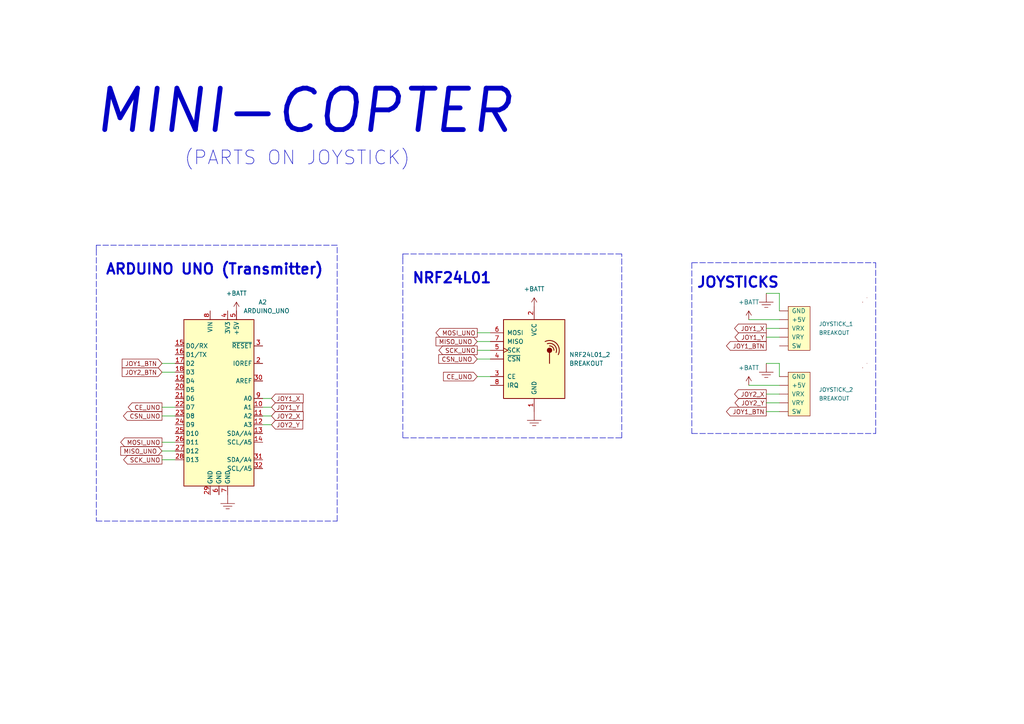
<source format=kicad_sch>
(kicad_sch (version 20211123) (generator eeschema)
  (paper "A4")
  (title_block (title "Mini-Copter Joystick") (date "2023-04-20") (rev "5") (comment 4 "By: Ashish Agrahari"))
  (lib_symbols
    (symbol "+BATT_2" (power) (pin_names (offset 0))
      (property "Value" "+BATT_2" (at 0 5.08 0))
      (symbol "+BATT_2_0_1"
        (polyline (pts (xy -0.762 1.27) (xy 0 2.54)))
        (polyline (pts (xy 0 0) (xy 0 2.54)))
        (polyline (pts (xy 0 2.54) (xy 0.762 1.27)))
      )
      (symbol "+BATT_2_1_1"
        (pin power_in line (at 0 0 90) (length 0) hide (name "+BATT") (number "1"))
      )
    )
    (symbol "AA_Custom_Components:GND" (power) (pin_numbers hide) (pin_names (offset 1.016) hide)
      (symbol "GND_1_0"
        (polyline (pts (xy -2.032 -2.54) (xy 2.032 -2.54)))
        (polyline (pts (xy -1.27 -3.302) (xy 1.27 -3.302)))
        (polyline (pts (xy -0.508 -4.064) (xy 0.508 -4.064)))
        (polyline (pts (xy 0 0) (xy 0 -2.54)))
      )
      (symbol "GND_1_1"
        (pin power_in line (at 0 0 270) (length 0) hide (name "GND") (number "~"))
      )
    )
    (symbol "AA_Custom_Components:JOYSTICK_BREAKOUT" (pin_numbers hide) (pin_names (offset 1.016))
      (property "Reference" "J" (at 1.27 8.89 0))
      (property "Value" "JOYSTICK_BREAKOUT" (at 1.27 -10.16 0))
      (symbol "JOYSTICK_BREAKOUT_0_1"
        (rectangle (start -2.54 7.62) (end 3.81 -5.08) (fill (type background)))
        (rectangle (start 19.05 8.89) (end 19.05 8.89))
        (rectangle (start 19.05 8.89) (end 19.05 8.89))
        (rectangle (start 20.32 10.16) (end 20.32 10.16))
      )
      (symbol "JOYSTICK_BREAKOUT_1_1"
        (pin power_in line (at -5.08 3.81 0) (length 2.54) (name "+5V") (number "~"))
        (pin power_in line (at -5.08 6.35 0) (length 2.54) (name "GND") (number "~"))
        (pin input line (at -5.08 -3.81 0) (length 2.54) (name "SW") (number "~"))
        (pin input line (at -5.08 1.27 0) (length 2.54) (name "VRX") (number "~"))
        (pin input line (at -5.08 -1.27 0) (length 2.54) (name "VRY") (number "~"))
      )
    )
    (symbol "MCU_Module:Arduino_UNO_R3"
      (property "Reference" "A" (at -10.16 23.495 0))
      (property "Value" "Arduino_UNO_R3" (at 5.08 -26.67 0))
      (symbol "Arduino_UNO_R3_0_1"
        (rectangle (start -10.16 22.86) (end 10.16 -25.4) (stroke (width 0.254)) (fill (type background)))
      )
      (symbol "Arduino_UNO_R3_1_1"
        (pin no_connect line (at -10.16 -20.32 0) (length 2.54) hide (name "NC") (number "1"))
        (pin bidirectional line (at 12.7 -2.54 180) (length 2.54) (name "A1") (number "10"))
        (pin bidirectional line (at 12.7 -5.08 180) (length 2.54) (name "A2") (number "11"))
        (pin bidirectional line (at 12.7 -7.62 180) (length 2.54) (name "A3") (number "12"))
        (pin bidirectional line (at 12.7 -10.16 180) (length 2.54) (name "SDA/A4") (number "13"))
        (pin bidirectional line (at 12.7 -12.7 180) (length 2.54) (name "SCL/A5") (number "14"))
        (pin bidirectional line (at -12.7 15.24 0) (length 2.54) (name "D0/RX") (number "15"))
        (pin bidirectional line (at -12.7 12.7 0) (length 2.54) (name "D1/TX") (number "16"))
        (pin bidirectional line (at -12.7 10.16 0) (length 2.54) (name "D2") (number "17"))
        (pin bidirectional line (at -12.7 7.62 0) (length 2.54) (name "D3") (number "18"))
        (pin bidirectional line (at -12.7 5.08 0) (length 2.54) (name "D4") (number "19"))
        (pin output line (at 12.7 10.16 180) (length 2.54) (name "IOREF") (number "2"))
        (pin bidirectional line (at -12.7 2.54 0) (length 2.54) (name "D5") (number "20"))
        (pin bidirectional line (at -12.7 0 0) (length 2.54) (name "D6") (number "21"))
        (pin bidirectional line (at -12.7 -2.54 0) (length 2.54) (name "D7") (number "22"))
        (pin bidirectional line (at -12.7 -5.08 0) (length 2.54) (name "D8") (number "23"))
        (pin bidirectional line (at -12.7 -7.62 0) (length 2.54) (name "D9") (number "24"))
        (pin bidirectional line (at -12.7 -10.16 0) (length 2.54) (name "D10") (number "25"))
        (pin bidirectional line (at -12.7 -12.7 0) (length 2.54) (name "D11") (number "26"))
        (pin bidirectional line (at -12.7 -15.24 0) (length 2.54) (name "D12") (number "27"))
        (pin bidirectional line (at -12.7 -17.78 0) (length 2.54) (name "D13") (number "28"))
        (pin power_in line (at -2.54 -27.94 90) (length 2.54) (name "GND") (number "29"))
        (pin input line (at 12.7 15.24 180) (length 2.54) (name "~{RESET}") (number "3"))
        (pin input line (at 12.7 5.08 180) (length 2.54) (name "AREF") (number "30"))
        (pin bidirectional line (at 12.7 -17.78 180) (length 2.54) (name "SDA/A4") (number "31"))
        (pin bidirectional line (at 12.7 -20.32 180) (length 2.54) (name "SCL/A5") (number "32"))
        (pin power_out line (at 2.54 25.4 270) (length 2.54) (name "3V3") (number "4"))
        (pin power_out line (at 5.08 25.4 270) (length 2.54) (name "+5V") (number "5"))
        (pin power_in line (at 0 -27.94 90) (length 2.54) (name "GND") (number "6"))
        (pin power_in line (at 2.54 -27.94 90) (length 2.54) (name "GND") (number "7"))
        (pin power_in line (at -2.54 25.4 270) (length 2.54) (name "VIN") (number "8"))
        (pin bidirectional line (at 12.7 0 180) (length 2.54) (name "A0") (number "9"))
      )
    )
    (symbol "RF:NRF24L01_Breakout" (pin_names (offset 1.016))
      (property "Reference" "U" (at -8.89 12.7 0))
      (property "Value" "NRF24L01_Breakout" (at 3.81 12.7 0))
      (symbol "NRF24L01_Breakout_0_1"
        (rectangle (start -8.89 11.43) (end 8.89 -11.43) (stroke (width 0.254)) (fill (type background)))
        (polyline (pts (xy 4.445 1.905) (xy 4.445 -1.27)) (stroke (width 0.254)))
        (circle (center 4.445 2.54) (radius 0.635) (stroke (width 0.254)) (fill (type outline)))
        (arc (start 5.715 2.54) (mid 5.3521 3.4546) (end 4.445 3.81) (stroke (width 0.254)))
        (arc (start 6.35 1.905) (mid 5.8763 3.9854) (end 3.81 4.445) (stroke (width 0.254)))
        (arc (start 6.985 1.27) (mid 6.453 4.548) (end 3.175 5.08) (stroke (width 0.254)))
      )
      (symbol "NRF24L01_Breakout_1_1"
        (pin power_in line (at 0 -15.24 90) (length 3.81) (name "GND") (number "1"))
        (pin power_in line (at 0 15.24 270) (length 3.81) (name "VCC") (number "2"))
        (pin input line (at -12.7 -5.08 0) (length 3.81) (name "CE") (number "3"))
        (pin input line (at -12.7 0 0) (length 3.81) (name "~{CSN}") (number "4"))
        (pin input clock (at -12.7 2.54 0) (length 3.81) (name "SCK") (number "5"))
        (pin input line (at -12.7 7.62 0) (length 3.81) (name "MOSI") (number "6"))
        (pin output line (at -12.7 5.08 0) (length 3.81) (name "MISO") (number "7"))
        (pin output line (at -12.7 -7.62 0) (length 3.81) (name "IRQ") (number "8"))
      )
    )
  )
  (polyline (pts (xy 27.94 71.12) (xy 27.94 72.39)))
  (wire (pts (xy 222.25 85.09) (xy 226.06 85.09)))
  (wire (pts (xy 76.2 123.19) (xy 78.74 123.19)))
  (wire (pts (xy 222.25 114.3) (xy 226.06 114.3)))
  (polyline (pts (xy 200.66 125.73) (xy 254 125.73)))
  (polyline (pts (xy 254 125.73) (xy 254 76.2)))
  (wire (pts (xy 226.06 105.41) (xy 226.06 109.22)))
  (wire (pts (xy 222.25 97.79) (xy 226.06 97.79)))
  (polyline (pts (xy 27.94 72.39) (xy 27.94 151.13)))
  (wire (pts (xy 138.43 96.52) (xy 142.24 96.52)))
  (wire (pts (xy 46.99 130.81) (xy 50.8 130.81)))
  (polyline (pts (xy 180.34 127) (xy 180.34 73.66)))
  (wire (pts (xy 76.2 115.57) (xy 78.74 115.57)))
  (wire (pts (xy 46.99 120.65) (xy 50.8 120.65)))
  (wire (pts (xy 138.43 109.22) (xy 142.24 109.22)))
  (wire (pts (xy 46.99 105.41) (xy 50.8 105.41)))
  (polyline (pts (xy 116.84 127) (xy 180.34 127)))
  (polyline (pts (xy 200.66 76.2) (xy 254 76.2)))
  (wire (pts (xy 217.17 111.76) (xy 226.06 111.76)))
  (wire (pts (xy 46.99 128.27) (xy 50.8 128.27)))
  (polyline (pts (xy 116.84 74.93) (xy 116.84 127)))
  (wire (pts (xy 222.25 116.84) (xy 226.06 116.84)))
  (wire (pts (xy 76.2 120.65) (xy 78.74 120.65)))
  (wire (pts (xy 138.43 104.14) (xy 142.24 104.14)))
  (wire (pts (xy 222.25 105.41) (xy 226.06 105.41)))
  (wire (pts (xy 46.99 118.11) (xy 50.8 118.11)))
  (wire (pts (xy 46.99 107.95) (xy 50.8 107.95)))
  (polyline (pts (xy 116.84 73.66) (xy 180.34 73.66)))
  (polyline (pts (xy 97.79 71.12) (xy 27.94 71.12)))
  (wire (pts (xy 226.06 85.09) (xy 226.06 90.17)))
  (wire (pts (xy 222.25 119.38) (xy 226.06 119.38)))
  (polyline (pts (xy 97.79 151.13) (xy 97.79 71.12)))
  (wire (pts (xy 222.25 95.25) (xy 226.06 95.25)))
  (wire (pts (xy 138.43 101.6) (xy 142.24 101.6)))
  (polyline (pts (xy 200.66 76.2) (xy 200.66 125.73)))
  (wire (pts (xy 138.43 99.06) (xy 142.24 99.06)))
  (wire (pts (xy 46.99 133.35) (xy 50.8 133.35)))
  (polyline (pts (xy 116.84 73.66) (xy 116.84 74.93)))
  (wire (pts (xy 217.17 92.71) (xy 226.06 92.71)))
  (wire (pts (xy 76.2 118.11) (xy 78.74 118.11)))
  (polyline (pts (xy 27.94 151.13) (xy 97.79 151.13)))
  (text "(PARTS ON JOYSTICK)" (at 53.34 48.26 0) (effects (font (size 4 4)) (justify left bottom)))
  (text "MINI-COPTER" (at 26.67 39.37 0) (effects (font (size 12 12) (thickness 1.4) bold italic) (justify left bottom)))
  (text "NRF24L01" (at 119.38 82.55 0) (effects (font (size 3 3) (thickness 0.6) bold) (justify left bottom)))
  (text "JOYSTICKS" (at 201.93 83.82 0) (effects (font (size 3 3) (thickness 0.6) bold) (justify left bottom)))
  (text "ARDUINO UNO (Transmitter)" (at 30.48 80.01 0) (effects (font (size 3 3) (thickness 0.6) bold) (justify left bottom)))
  (global_label "MOSI_UNO" (shape output) (at 46.99 128.27 180) (property "Intersheet References" "${INTERSHEET_REFS}" (effects hide)))
  (global_label "CE_UNO" (shape input) (at 138.43 109.22 180) (property "Intersheet References" "${INTERSHEET_REFS}" (effects hide)))
  (global_label "JOY1_X" (shape input) (at 78.74 115.57 0) (property "Intersheet References" "${INTERSHEET_REFS}" (effects hide)))
  (global_label "JOY1_X" (shape output) (at 222.25 95.25 180) (property "Intersheet References" "${INTERSHEET_REFS}" (effects hide)))
  (global_label "MISO_UNO" (shape input) (at 138.43 99.06 180) (property "Intersheet References" "${INTERSHEET_REFS}" (effects hide)))
  (global_label "SCK_UNO" (shape output) (at 138.43 101.6 180) (property "Intersheet References" "${INTERSHEET_REFS}" (effects hide)))
  (global_label "JOY1_BTN" (shape output) (at 222.25 100.33 180) (property "Intersheet References" "${INTERSHEET_REFS}" (effects hide)))
  (global_label "CSN_UNO" (shape output) (at 46.99 120.65 180) (property "Intersheet References" "${INTERSHEET_REFS}" (effects hide)))
  (global_label "JOY1_Y" (shape output) (at 222.25 97.79 180) (property "Intersheet References" "${INTERSHEET_REFS}" (effects hide)))
  (global_label "SCK_UNO" (shape output) (at 46.99 133.35 180) (property "Intersheet References" "${INTERSHEET_REFS}" (effects hide)))
  (global_label "JOY1_BTN" (shape input) (at 46.99 105.41 180) (property "Intersheet References" "${INTERSHEET_REFS}" (effects hide)))
  (global_label "JOY2_Y" (shape input) (at 78.74 123.19 0) (property "Intersheet References" "${INTERSHEET_REFS}" (effects hide)))
  (global_label "JOY1_Y" (shape input) (at 78.74 118.11 0) (property "Intersheet References" "${INTERSHEET_REFS}" (effects hide)))
  (global_label "JOY2_Y" (shape output) (at 222.25 116.84 180) (property "Intersheet References" "${INTERSHEET_REFS}" (effects hide)))
  (global_label "CSN_UNO" (shape input) (at 138.43 104.14 180) (property "Intersheet References" "${INTERSHEET_REFS}" (effects hide)))
  (global_label "CE_UNO" (shape output) (at 46.99 118.11 180) (property "Intersheet References" "${INTERSHEET_REFS}" (effects hide)))
  (global_label "JOY2_X" (shape input) (at 78.74 120.65 0) (property "Intersheet References" "${INTERSHEET_REFS}" (effects hide)))
  (global_label "JOY2_X" (shape output) (at 222.25 114.3 180) (property "Intersheet References" "${INTERSHEET_REFS}" (effects hide)))
  (global_label "MISO_UNO" (shape input) (at 46.99 130.81 180) (property "Intersheet References" "${INTERSHEET_REFS}" (effects hide)))
  (global_label "MOSI_UNO" (shape output) (at 138.43 96.52 180) (property "Intersheet References" "${INTERSHEET_REFS}" (effects hide)))
  (global_label "JOY2_BTN" (shape input) (at 46.99 107.95 180) (property "Intersheet References" "${INTERSHEET_REFS}" (effects hide)))
  (global_label "JOY1_BTN" (shape output) (at 222.25 119.38 180) (property "Intersheet References" "${INTERSHEET_REFS}" (effects hide)))
  (symbol (lib_name "+BATT_2") (lib_id "power:+BATT") (at 68.58 90.17 0) (unit 1)
    (property "Reference" "#PWR09" (effects hide))
    (property "Value" "+5V" (at 68.58 85.09 0))
  )
  (symbol (lib_name "+BATT_2") (lib_id "power:+BATT") (at 217.17 111.76 0) (unit 1)
    (property "Reference" "#PWR011" (effects hide))
    (property "Value" "+5V" (at 217.17 106.68 0))
  )
  (symbol (lib_id "AA_Custom_Components:GND") (at 66.04 143.51 0) (unit 1)
    (property "Reference" "#GND014" (effects hide))
    (property "Value" "GND" (effects hide))
    (property "Footprint" "XXX-00000" (effects hide))
  )
  (symbol (lib_id "AA_Custom_Components:JOYSTICK_BREAKOUT") (at 231.14 115.57 0) (unit 1)
    (property "Reference" "JOYSTICK_2" (at 237.49 113.03 0) (effects (font (size 1.143 1.143)) (justify left)))
    (property "Value" "BREAKOUT" (at 237.49 115.57 0) (effects (font (size 1.143 1.143)) (justify left)))
  )
  (symbol (lib_id "AA_Custom_Components:GND") (at 222.25 85.09 0) (unit 1)
    (property "Reference" "#GND015" (effects hide))
    (property "Value" "GND" (effects hide))
    (property "Footprint" "XXX-00000" (effects hide))
  )
  (symbol (lib_id "MCU_Module:Arduino_UNO_R3") (at 63.5 115.57 0) (unit 1)
    (property "Reference" "A2" (at 74.93 87.63 0) (effects (justify left)))
    (property "Value" "ARDUINO_UNO" (at 70.5994 90.17 0) (effects (justify left)))
    (property "Footprint" "Module:Arduino_UNO_R3" (effects hide))
    (property "Datasheet" "https://www.arduino.cc/en/Main/arduinoBoardUno" (effects hide))
  )
  (symbol (lib_id "AA_Custom_Components:GND") (at 154.94 119.38 0) (unit 1)
    (property "Reference" "#GND013" (effects hide))
    (property "Value" "GND" (effects hide))
    (property "Footprint" "XXX-00000" (effects hide))
  )
  (symbol (lib_name "+BATT_2") (lib_id "power:+BATT") (at 154.94 88.9 0) (unit 1)
    (property "Reference" "#PWR08" (effects hide))
    (property "Value" "+5V" (at 154.94 83.82 0))
  )
  (symbol (lib_id "AA_Custom_Components:GND") (at 222.25 105.41 0) (unit 1)
    (property "Reference" "#GND016" (effects hide))
    (property "Value" "GND" (effects hide))
    (property "Footprint" "XXX-00000" (effects hide))
  )
  (symbol (lib_id "AA_Custom_Components:JOYSTICK_BREAKOUT") (at 231.14 96.52 0) (unit 1)
    (property "Reference" "JOYSTICK_1" (at 237.49 93.98 0) (effects (font (size 1.143 1.143)) (justify left)))
    (property "Value" "BREAKOUT" (at 237.49 96.52 0) (effects (font (size 1.143 1.143)) (justify left)))
  )
  (symbol (lib_id "RF:NRF24L01_Breakout") (at 154.94 104.14 0) (unit 1)
    (property "Reference" "NRF24L01_2" (at 165.1 102.8699 0) (effects (justify left)))
    (property "Value" "BREAKOUT" (at 165.1 105.4099 0) (effects (justify left)))
    (property "Footprint" "AA_Custom_Components:NRF24L01_Breakout" (effects hide))
    (property "Datasheet" "http://www.nordicsemi.com/eng/content/download/2730/34105/file/nRF24L01_Product_Specification_v2_0.pdf" (effects hide))
  )
  (symbol (lib_name "+BATT_2") (lib_id "power:+BATT") (at 217.17 92.71 0) (unit 1)
    (property "Reference" "#PWR010" (effects hide))
    (property "Value" "+5V" (at 217.17 87.63 0))
  )
)
</source>
